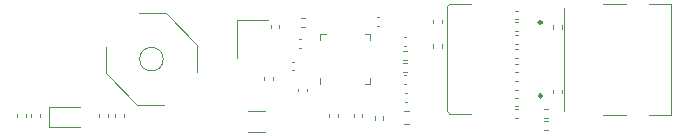
<source format=gbr>
%TF.GenerationSoftware,KiCad,Pcbnew,(6.99.0-4266-g9b4505c6d2)*%
%TF.CreationDate,2022-11-13T11:25:58+08:00*%
%TF.ProjectId,ESP_PD210,4553505f-5044-4323-9130-2e6b69636164,Bata1*%
%TF.SameCoordinates,Original*%
%TF.FileFunction,Legend,Top*%
%TF.FilePolarity,Positive*%
%FSLAX46Y46*%
G04 Gerber Fmt 4.6, Leading zero omitted, Abs format (unit mm)*
G04 Created by KiCad (PCBNEW (6.99.0-4266-g9b4505c6d2)) date 2022-11-13 11:25:58*
%MOMM*%
%LPD*%
G01*
G04 APERTURE LIST*
%ADD10C,0.120000*%
%ADD11C,0.050000*%
%ADD12C,0.250000*%
G04 APERTURE END LIST*
D10*
%TO.C,AE1*%
X161553025Y-110901606D02*
X160153025Y-110901606D01*
X161553025Y-109101606D02*
X160153025Y-109101606D01*
%TO.C,C14*%
X141313025Y-109388770D02*
X141313025Y-109604442D01*
X140593025Y-109388770D02*
X140593025Y-109604442D01*
%TO.C,R8*%
X173596658Y-105811608D02*
X173289376Y-105811608D01*
X173596658Y-105051608D02*
X173289376Y-105051608D01*
%TO.C,C23*%
X165133025Y-107238770D02*
X165133025Y-107454442D01*
X164413025Y-107238770D02*
X164413025Y-107454442D01*
%TO.C,R23*%
X175783025Y-101705247D02*
X175783025Y-101397965D01*
X176543025Y-101705247D02*
X176543025Y-101397965D01*
%TO.C,C16*%
X173335181Y-106086606D02*
X173550853Y-106086606D01*
X173335181Y-106806606D02*
X173550853Y-106806606D01*
%TO.C,C11*%
X169083025Y-109609439D02*
X169083025Y-109393767D01*
X169803025Y-109609439D02*
X169803025Y-109393767D01*
%TO.C,C8*%
X182970861Y-102341606D02*
X182755189Y-102341606D01*
X182970861Y-101621606D02*
X182755189Y-101621606D01*
%TO.C,TH1*%
X173810283Y-110204106D02*
X173335767Y-110204106D01*
X173810283Y-109159106D02*
X173335767Y-109159106D01*
%TO.C,R5*%
X142543025Y-109342965D02*
X142543025Y-109650247D01*
X141783025Y-109342965D02*
X141783025Y-109650247D01*
%TO.C,R2*%
X164936666Y-102006606D02*
X164629384Y-102006606D01*
X164936666Y-101246606D02*
X164629384Y-101246606D01*
%TO.C,C5*%
X164640861Y-103756606D02*
X164425189Y-103756606D01*
X164640861Y-103036606D02*
X164425189Y-103036606D01*
%TO.C,R1*%
X183016666Y-104636606D02*
X182709384Y-104636606D01*
X183016666Y-103876606D02*
X182709384Y-103876606D01*
%TO.C,C15*%
X171055201Y-101166612D02*
X171270873Y-101166612D01*
X171055201Y-101886612D02*
X171270873Y-101886612D01*
%TO.C,R18*%
X171613025Y-109547965D02*
X171613025Y-109855247D01*
X170853025Y-109547965D02*
X170853025Y-109855247D01*
%TO.C,X1*%
X161823025Y-101396606D02*
X159223025Y-101396606D01*
X159223025Y-101396606D02*
X159223025Y-104596606D01*
%TO.C,R10*%
X147563026Y-109650247D02*
X147563026Y-109342965D01*
X148323026Y-109650247D02*
X148323026Y-109342965D01*
%TO.C,R22*%
X176543025Y-103467965D02*
X176543025Y-103775247D01*
X175783025Y-103467965D02*
X175783025Y-103775247D01*
%TO.C,C13*%
X182970861Y-101341606D02*
X182755189Y-101341606D01*
X182970861Y-100621606D02*
X182755189Y-100621606D01*
%TO.C,C10*%
X173405189Y-107601606D02*
X173620861Y-107601606D01*
X173405189Y-108321606D02*
X173620861Y-108321606D01*
%TO.C,SW1*%
X150902365Y-100842519D02*
X153165107Y-100842519D01*
X153165107Y-100842519D02*
X155852112Y-103529524D01*
X148081009Y-105926616D02*
X148081009Y-103663875D01*
X150768015Y-108613622D02*
X148081009Y-105926616D01*
X150768015Y-108613622D02*
X153030756Y-108613622D01*
X155852112Y-105792266D02*
X155852112Y-103529524D01*
X152963025Y-104731606D02*
G75*
G03*
X152963025Y-104731606I-1000000J0D01*
G01*
%TO.C,R19*%
X185219384Y-109981606D02*
X185526666Y-109981606D01*
X185219384Y-110741606D02*
X185526666Y-110741606D01*
%TO.C,C2*%
X182970861Y-108736606D02*
X182755189Y-108736606D01*
X182970861Y-108016606D02*
X182755189Y-108016606D01*
%TO.C,C7*%
X182755189Y-105121606D02*
X182970861Y-105121606D01*
X182755189Y-105841606D02*
X182970861Y-105841606D01*
%TO.C,C3*%
X182970861Y-107341606D02*
X182755189Y-107341606D01*
X182970861Y-106621606D02*
X182755189Y-106621606D01*
%TO.C,U1*%
X176993025Y-100301606D02*
X176993025Y-109161606D01*
X177193025Y-109361606D02*
X179043025Y-109361606D01*
X179043025Y-100101606D02*
X177193025Y-100101606D01*
D11*
X186883025Y-100381606D02*
X186883025Y-109081606D01*
D10*
X177193025Y-100101606D02*
G75*
G03*
X176993025Y-100301606I0J-200000D01*
G01*
X176993025Y-109161606D02*
G75*
G03*
X177193025Y-109361606I200000J0D01*
G01*
D12*
X185008025Y-101631606D02*
G75*
G03*
X185008025Y-101631606I-125000J0D01*
G01*
X185008025Y-107831606D02*
G75*
G03*
X185008025Y-107831606I-125000J0D01*
G01*
D10*
%TO.C,D1*%
X143333025Y-108786606D02*
X143333025Y-110486606D01*
X143333025Y-108786606D02*
X145883025Y-108786606D01*
X143333025Y-110486606D02*
X145883025Y-110486606D01*
%TO.C,C1*%
X182755189Y-108986606D02*
X182970861Y-108986606D01*
X182755189Y-109706606D02*
X182970861Y-109706606D01*
%TO.C,U2*%
X170483025Y-106841606D02*
X170008025Y-106841606D01*
X166263025Y-106366606D02*
X166263025Y-106841606D01*
X170483025Y-106366606D02*
X170483025Y-106841606D01*
X166263025Y-103096606D02*
X166263025Y-102621606D01*
X170483025Y-103096606D02*
X170483025Y-102621606D01*
X166263025Y-102621606D02*
X166738025Y-102621606D01*
X170483025Y-102621606D02*
X170008025Y-102621606D01*
%TO.C,C12*%
X167753025Y-109383759D02*
X167753025Y-109599431D01*
X167033025Y-109383759D02*
X167033025Y-109599431D01*
%TO.C,J3*%
X190183825Y-109431606D02*
X192183825Y-109431606D01*
X194083825Y-109431606D02*
X195983825Y-109431606D01*
X195983825Y-109431606D02*
X195983825Y-100031606D01*
X190183825Y-100031606D02*
X192183825Y-100031606D01*
X194083825Y-100031606D02*
X195983825Y-100031606D01*
%TO.C,R9*%
X149643025Y-109342965D02*
X149643025Y-109650247D01*
X148883025Y-109342965D02*
X148883025Y-109650247D01*
%TO.C,R20*%
X185953025Y-102145247D02*
X185953025Y-101837965D01*
X186713025Y-102145247D02*
X186713025Y-101837965D01*
%TO.C,C17*%
X173325199Y-102881595D02*
X173540871Y-102881595D01*
X173325199Y-103601595D02*
X173540871Y-103601595D01*
%TO.C,C22*%
X161534812Y-106494442D02*
X161534812Y-106278770D01*
X162254812Y-106494442D02*
X162254812Y-106278770D01*
%TO.C,R21*%
X186713025Y-107317965D02*
X186713025Y-107625247D01*
X185953025Y-107317965D02*
X185953025Y-107625247D01*
%TO.C,R14*%
X173586676Y-104776606D02*
X173279394Y-104776606D01*
X173586676Y-104016606D02*
X173279394Y-104016606D01*
%TO.C,C6*%
X162083025Y-102074442D02*
X162083025Y-101858770D01*
X162803025Y-102074442D02*
X162803025Y-101858770D01*
%TO.C,C9*%
X182970861Y-103436606D02*
X182755189Y-103436606D01*
X182970861Y-102716606D02*
X182755189Y-102716606D01*
%TO.C,R13*%
X185526666Y-109751606D02*
X185219384Y-109751606D01*
X185526666Y-108991606D02*
X185219384Y-108991606D01*
%TO.C,C4*%
X164050861Y-105666606D02*
X163835189Y-105666606D01*
X164050861Y-104946606D02*
X163835189Y-104946606D01*
%TD*%
M02*

</source>
